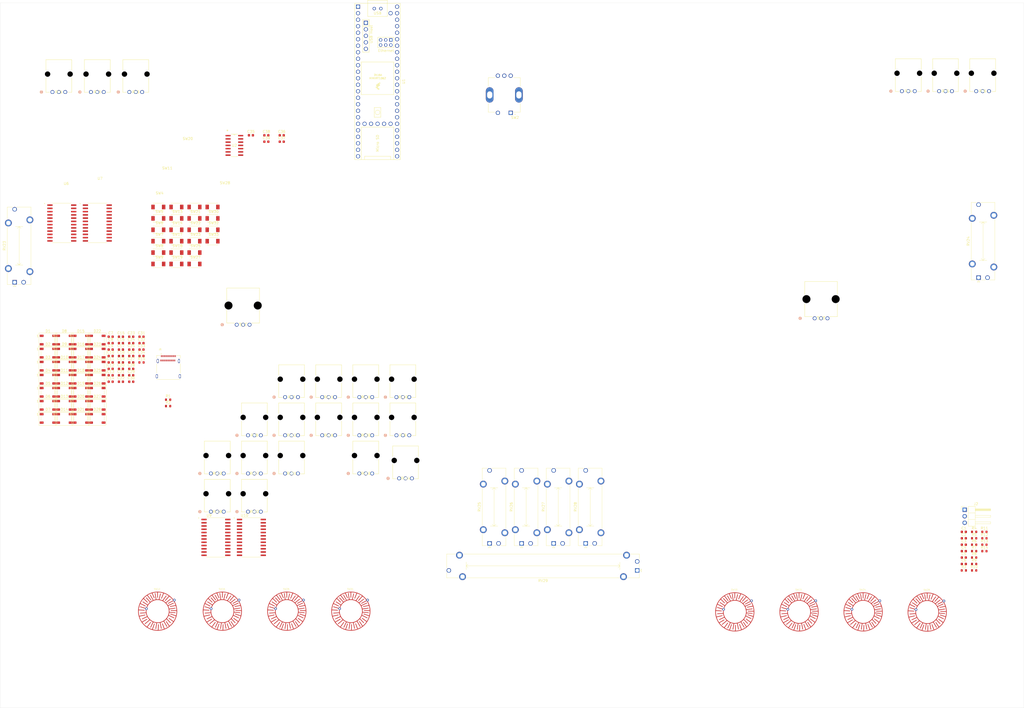
<source format=kicad_pcb>
(kicad_pcb (version 20241229) (generator "pcbnew") (generator_version "9.0")
  (layers (0 "F.Cu" signal) (2 "B.Cu" signal) (13 "F.Paste" user) (15 "B.Paste" user) (5 "F.SilkS" user "F.Silkscreen") (7 "B.SilkS" user "B.Silkscreen") (1 "F.Mask" user) (3 "B.Mask" user) (25 "Edge.Cuts" user))
  (net 0 "")
  (net 1 "JOG_1_A_LINE")
  (net 2 "GND")
  (net 3 "JOG_1_B_LINE")
  (net 4 "SONG_SELECTOR_A_LINE")
  (net 5 "SONG_SELECTOR_B_LINE")
  (net 6 "JOG_2_B_LINE")
  (net 7 "JOG_2_A_LINE")
  (net 8 "5V_POWER_BANK")
  (net 9 "Net-(D1-DIN)")
  (net 10 "Net-(D1-DOUT)")
  (net 11 "Net-(D2-DIN)")
  (net 12 "Net-(D2-DOUT)")
  (net 13 "Net-(D3-DOUT)")
  (net 14 "Net-(D23-DOUT)")
  (net 15 "Net-(D4-DOUT)")
  (net 16 "Net-(D5-DOUT)")
  (net 17 "Net-(D6-DOUT)")
  (net 18 "Net-(D10-DIN)")
  (net 19 "Net-(D11-DIN)")
  (net 20 "Net-(D12-DIN)")
  (net 21 "Net-(D10-DOUT)")
  (net 22 "Net-(D11-DOUT)")
  (net 23 "Net-(D12-DOUT)")
  (net 24 "Net-(D13-DOUT)")
  (net 25 "Net-(D14-DOUT)")
  (net 26 "Net-(D15-DOUT)")
  (net 27 "Net-(D16-DOUT)")
  (net 28 "Net-(D17-DOUT)")
  (net 29 "Net-(D18-DOUT)")
  (net 30 "Net-(D19-DOUT)")
  (net 31 "Net-(D20-DOUT)")
  (net 32 "Net-(D21-DOUT)")
  (net 33 "Net-(D24-DOUT)")
  (net 34 "Net-(D25-DOUT)")
  (net 35 "Net-(D26-DOUT)")
  (net 36 "Net-(D27-DOUT)")
  (net 38 "Net-(J1-CC2)")
  (net 39 "Net-(J1-CC1)")
  (net 40 "CAPACITIVE_SENSE_JOG_1")
  (net 41 "CAPACITIVE_SENSE_JOG_2")
  (net 42 "SEND_PIN_CAPACITIVE")
  (net 43 "ADDRESSABLE_LED")
  (net 44 "Net-(U9-I2)")
  (net 45 "Net-(U9-I3)")
  (net 46 "Net-(U9-I14)")
  (net 47 "Net-(U9-I12)")
  (net 48 "Net-(U9-I10)")
  (net 49 "Net-(U9-I8)")
  (net 50 "Net-(U9-I4)")
  (net 51 "Net-(U9-I13)")
  (net 52 "Net-(U9-I11)")
  (net 53 "Net-(U9-I9)")
  (net 54 "Net-(U9-I1)")
  (net 55 "Net-(U10-I8)")
  (net 56 "Net-(U10-I6)")
  (net 57 "Net-(U10-I4)")
  (net 58 "Net-(U10-I2)")
  (net 59 "Net-(U9-I5)")
  (net 60 "Net-(U10-I7)")
  (net 61 "Net-(U10-I5)")
  (net 62 "Net-(U10-I3)")
  (net 63 "Net-(U10-I1)")
  (net 64 "Net-(U9-I6)")
  (net 65 "Net-(U9-I7)")
  (net 66 "SLIDE_POT6")
  (net 67 "SLIDE_POT1")
  (net 68 "SLIDE_POT2")
  (net 69 "SLIDE_POT5")
  (net 70 "SLIDE_POT3")
  (net 71 "SLIDE_POT4")
  (net 72 "SLIDE_POT7")
  (net 73 "SONG_SELECTOR_SWITCH")
  (net 74 "Net-(SW4-B)")
  (net 75 "Net-(SW5-B)")
  (net 76 "Net-(SW6-B)")
  (net 77 "Net-(SW7-B)")
  (net 78 "Net-(SW8-B)")
  (net 79 "Net-(SW9-B)")
  (net 80 "Net-(SW10-B)")
  (net 81 "Net-(SW11-B)")
  (net 82 "Net-(SW12-B)")
  (net 83 "Net-(SW13-B)")
  (net 84 "Net-(SW14-B)")
  (net 85 "Net-(SW15-B)")
  (net 86 "Net-(SW16-B)")
  (net 87 "Net-(SW17-B)")
  (net 88 "Net-(SW18-B)")
  (net 89 "Net-(SW19-B)")
  (net 90 "Net-(SW20-B)")
  (net 91 "Net-(SW21-B)")
  (net 92 "Net-(SW22-B)")
  (net 93 "Net-(SW23-B)")
  (net 94 "Net-(SW24-B)")
  (net 95 "Net-(SW25-B)")
  (net 96 "Net-(SW26-B)")
  (net 97 "Net-(SW27-B)")
  (net 98 "Net-(SW28-B)")
  (net 99 "Net-(SW29-B)")
  (net 100 "Net-(SW30-B)")
  (net 101 "Net-(SW31-B)")
  (net 102 "Net-(SW32-B)")
  (net 103 "Net-(SW33-B)")
  (net 104 "+3V3")
  (net 105 "Net-(U2-1Y)")
  (net 111 "BTN_COM_1")
  (net 112 "BTN_COM_2")
  (net 124 "Net-(SW1-A)")
  (net 125 "Net-(SW1-B)")
  (net 126 "Net-(SW3-B)")
  (net 127 "Net-(SW3-A)")
  (net 128 "Net-(R7-Pad1)")
  (net 129 "Net-(R10-Pad2)")
  (net 131 "S0")
  (net 144 "S2")
  (net 148 "POT_COM_1")
  (net 162 "S3")
  (net 164 "S1")
  (net 170 "POT_COM_2")
  (footprint "Capacitor_SMD:C_0603_1608Metric" (layer "F.Cu") (at -570.60426 -21.07346)
    (property "Reference" "C39")
    (property "Value" "100nF")
  )
  (footprint "Resistor_SMD:R_0603_1608Metric" (layer "F.Cu") (at -608.93352 79.65308)
    (property "Reference" "R1")
    (property "Value" "5.1K")
  )
  (footprint "TS-1088-AR02016(1):SW_TS-1088-AR02016" (layer "F.Cu") (at -612.74926 13.31654)
    (property "Reference" "SW6")
    (property "Value" "SW_SPST")
  )
  (footprint "Potentiometer_THT:Potentiometer_Bourns_PTA1543_Single_Slide" (layer "F.Cu") (at -292.70852 32.00308 90)
    (property "Reference" "RV24")
    (property "Value" "R_Potentiometer_Small")
  )
  (footprint "Capacitor_SMD:C_0603_1608Metric" (layer "F.Cu") (at -570.60426 -23.58346)
    (property "Reference" "C38")
    (property "Value" "100nF")
  )
  (footprint "Capacitor_SMD:C_0603_1608Metric" (layer "F.Cu") (at -631.34352 65.10808)
    (property "Reference" "C11")
    (property "Value" "100nF")
  )
  (footprint "rotary_pots_eq:RK09D1130C3W_using_RK09D1130009_footprint_ALPS" (layer "F.Cu") (at -577.75852 93.55958)
    (property "Reference" "RV8")
    (property "Value" "R_Potentiometer_Small" (hide yes))
  )
  (footprint "LED_SMD:LED_WS2812B_PLCC4_5.0x5.0mm_P3.2mm" (layer "F.Cu") (at -649.39852 56.36308)
    (property "Reference" "D8")
    (property "Value" "WS2812B_passive_vss")
  )
  (footprint "Resistor_SMD:R_0603_1608Metric" (layer "F.Cu") (at -294.44352 138.78808)
    (property "Reference" "R7")
    (property "Value" "10k")
  )
  (footprint "Capacitor_SMD:C_0603_1608Metric" (layer "F.Cu") (at -631.34352 72.63808)
    (property "Reference" "C14")
    (property "Value" "100nF")
  )
  (footprint "CD74HC4067M96:SOIC127P1030X265-24N" (layer "F.Cu") (at -590.281219 133.42108)
    (property "Reference" "U9")
    (property "Value" "CD74HC4067M96")
  )
  (footprint "Potentiometer_THT:Potentiometer_Bourns_PTA1543_Single_Slide" (layer "F.Cu") (at -668.80852 33.80308 90)
    (property "Reference" "RV23")
    (property "Value" "R_Potentiometer_Small")
  )
  (footprint "TS-1088-AR02016(1):SW_TS-1088-AR02016" (layer "F.Cu") (at -598.64926 8.86654)
    (property "Reference" "SW21")
    (property "Value" "SW_SPST")
  )
  (footprint "TS-1088-AR02016(1):SW_TS-1088-AR02016" (layer "F.Cu") (at -612.74926 17.76654)
    (property "Reference" "SW7")
    (property "Value" "SW_SPST")
  )
  (footprint "Capacitor_SMD:C_0603_1608Metric" (layer "F.Cu") (at -619.31352 55.06808)
    (property "Reference" "C31")
    (property "Value" "100nF")
  )
  (footprint "CD74HC4067M96:SOIC127P1030X265-24N" (layer "F.Cu") (at -650.40426 10.66654)
    (property "Reference" "U6")
    (property "Value" "CD74HC4067M96")
  )
  (footprint "Capacitor_SMD:C_0603_1608Metric" (layer "F.Cu") (at -576.61426 -23.58346)
    (property "Reference" "C35")
    (property "Value" "100nF")
  )
  (footprint "Capacitor_SMD:C_0603_1608Metric" (layer "F.Cu") (at -631.34352 55.06808)
    (property "Reference" "C7")
    (property "Value" "100nF")
  )
  (footprint "LED_SMD:LED_WS2812B_PLCC4_5.0x5.0mm_P3.2mm" (layer "F.Cu") (at -649.39852 76.76308)
    (property "Reference" "D12")
    (property "Value" "WS2812B_passive_vss")
  )
  (footprint "LED_SMD:LED_WS2812B_PLCC4_5.0x5.0mm_P3.2mm" (layer "F.Cu") (at -642.97852 81.86308)
    (property "Reference" "D20")
    (property "Value" "WS2812B_passive_vss")
  )
  (footprint "LED_SMD:LED_WS2812B_PLCC4_5.0x5.0mm_P3.2mm" (layer "F.Cu") (at -642.97852 56.36308)
    (property "Reference" "D15")
    (property "Value" "WS2812B_passive_vss")
  )
  (footprint "Resistor_SMD:R_0603_1608Metric" (layer "F.Cu") (at -290.43352 138.78808)
    (property "Reference" "R14")
    (property "Value" "10k")
  )
  (footprint "Capacitor_SMD:C_0603_1608Metric" (layer "F.Cu") (at -631.34352 57.57808)
    (property "Reference" "C8")
    (property "Value" "100nF")
  )
  (footprint "CD74HC4067M96:SOIC127P1030X265-24N" (layer "F.Cu") (at -576.436219 133.42108)
    (property "Reference" "U10")
    (property "Value" "CD74HC4067M96")
  )
  (footprint "Resistor_SMD:R_0603_1608Metric" (layer "F.Cu") (at -290.43352 131.25808)
    (property "Reference" "R11")
    (property "Value" "10k")
  )
  (footprint "Resistor_SMD:R_0603_1608Metric" (layer "F.Cu") (at -294.44352 141.29808)
    (property "Reference" "R8")
    (property "Value" "10k")
  )
  (footprint "Connector_PinHeader_2.54mm:PinHeader_1x03_P2.54mm_Horizontal" (layer "F.Cu") (at -298.13352 122.62808)
    (property "Reference" "J2")
    (property "Value" "Conn_01x03_Pin")
  )
  (footprint "Capacitor_SMD:C_0603_1608Metric" (layer "F.Cu") (at -619.31352 57.57808)
    (property "Reference" "C32")
    (property "Value" "100nF")
  )
  (footprint "rotary_pots_eq:RK09D1130C3W_using_RK09D1130009_footprint_ALPS" (layer "F.Cu") (at -592.239019 108.46608)
    (property "Reference" "RV13")
    (property "Value" "R_Potentiometer_Small" (hide yes))
  )
  (footprint "rotary_pots_eq:RK09D1130C3W_using_RK09D1130009_footprint_ALPS" (layer "F.Cu") (at -534.317023 93.55958)
    (property "Reference" "RV20")
    (property "Value" "R_Potentiometer_Small" (hide yes))
  )
  (footprint "LED_SMD:LED_WS2812B_PLCC4_5.0x5.0mm_P3.2mm" (layer "F.Cu") (at -655.81852 61.46308)
    (property "Reference" "D2")
    (property "Value" "WS2812B_passive_vss")
  )
  (footprint "footprints_CD74HCT125M96:D14" (layer "F.Cu") (at -583.07466 -19.63946)
    (property "Reference" "U2")
    (property "Value" "CD74HCT125M96")
  )
  (footprint "TS-1088-AR02016(1):SW_TS-1088-AR02016" (layer "F.Cu") (at -591.59926 8.86654)
    (property "Reference" "SW30")
    (property "Value" "SW_SPST")
  )
  (footprint "Capacitor_SMD:C_0603_1608Metric" (layer "F.Cu") (at -623.32352 55.06808)
    (property "Reference" "C23")
    (property "Value" "100nF")
  )
  (footprint "LED_SMD:LED_WS2812B_PLCC4_5.0x5.0mm_P3.2mm" (layer "F.Cu") (at -642.97852 76.76308)
    (property "Reference" "D19")
    (property "Value" "WS2812B_passive_vss")
  )
  (footprint "Capacitor_SMD:C_0603_1608Metric" (layer "F.Cu") (at -298.45352 138.78808)
    (property "Reference" "C4")
    (property "Value" "10nF")
  )
  (footprint "siliconebutton:BUTTONPAD-1x1" (layer "F.Cu") (at -613.02 162.23773)
    (property "Reference" "SW12")
    (property "Value" "SW_SPST" (hide yes))
  )
  (footprint "rotary_pots_eq:RK09D1130C3W_using_RK09D1130009_footprint_ALPS" (layer "F.Cu") (at -654.056569 -40.47317)
    (property "Reference" "RV1")
    (property "Value" "R_Potentiometer_Small" (hide yes))
  )
  (footprint "siliconebutton:BUTTONPAD-1x1" (layer "F.Cu") (at -562.62574 162.22846)
    (property "Reference" "SW26")
    (property "Value" "SW_SPST" (hide yes))
  )
  (footprint "TS-1088-AR02016(1):SW_TS-1088-AR02016" (layer "F.Cu") (at -612.74926 4.41654)
    (property "Reference" "SW4")
    (property "Value" "SW_SPST")
  )
  (footprint "Potentiometer_THT:Potentiometer_Bourns_PTA6043_Single_Slide" (layer "F.Cu") (at -425.9 146.32 180)
    (property "Reference" "RV29")
    (property "Value" "R_Potentiometer_Small")
  )
  (footprint "rotary_pots_eq:RK09D1130C3W_using_RK09D1130009_footprint_ALPS" (layer "F.Cu") (at -624.056569 -40.47317)
    (property "Reference" "RV3")
    (property "Value" "R_Potentiometer_Small" (hide yes))
  )
  (footprint "TS-1088-AR02016(1):SW_TS-1088-AR02016" (layer "F.Cu") (at -612.74926 26.66654)
    (property "Reference" "SW9")
    (property "Value" "SW_SPST")
  )
  (footprint "TS-1088-AR02016(1):SW_TS-1088-AR02016" (layer "F.Cu") (at -605.69926 22.21654)
    (property "Reference" "SW18")
    (property "Value" "SW_SPST")
  )
  (footprint "LED_SMD:LED_WS2812B_PLCC4_5.0x5.0mm_P3.2mm" (layer "F.Cu") (at -649.39852 81.86308)
    (property "Reference" "D13")
    (property "Value" "WS2812B_passive_vss")
  )
  (footprint "LED_SMD:LED_WS2812B_PLCC4_5.0x5.0mm_P3.2mm" (layer "F.Cu") (at -649.39852 71.66308)
    (property "Reference" "D11")
    (property "Value" "WS2812B_passive_vss")
  )
  (footprint "Capacitor_SMD:C_0603_1608Metric" (layer "F.Cu") (at -623.32352 70.12808)
    (property "Reference" "C29")
    (property "Value" "100nF")
  )
  (footprint "Capacitor_SMD:C_0603_1608Metric" (layer "F.Cu") (at -619.31352 62.59808)
    (property "Reference" "C34")
    (property "Value" "100nF")
  )
  (footprint "Capacitor_SMD:C_0603_1608Metric" (layer "F.Cu") (at -564.59426 -21.07346)
    (property "Reference" "C37")
    (property "Value" "100nF")
  )
  (footprint "LED_SMD:LED_WS2812B_PLCC4_5.0x5.0mm_P3.2mm" (layer "F.Cu") (at -636.55852 56.36308)
    (property "Reference" "D22")
    (property "Value" "WS2812B_passive_vss")
  )
  (footprint "TS-1088-AR02016(1):SW_TS-1088-AR02016" (layer "F.Cu") (at -605.69926 26.66654)
    (property "Reference" "SW19")
    (property "Value" "SW_SPST")
  )
  (footprint "rotary_pots_eq:RK09D1130C3W_using_RK09D1130009_footprint_ALPS" (layer "F.Cu") (at -639.056569 -40.47317)
    (property "Reference" "RV2")
    (property "Value" "R_Potentiometer_Small" (hide yes))
  )
  (footprint "Capacitor_SMD:C_0603_1608Metric" (layer "F.Cu") (at -298.45352 136.27808)
    (property "Reference" "C3")
    (property "Value" "10nF")
  )
  (footprint "LED_SMD:LED_WS2812B_PLCC4_5.0x5.0mm_P3.2mm" (layer "F.Cu") (at -649.39852 66.56308)
    (property "Reference" "D10")
    (property "Value" "WS2812B_passive_vss")
  )
  (footprint "Resistor_SMD:R_0603_1608Metric" (layer "F.Cu") (at -294.44352 131.25808)
    (property "Reference" "R4")
    (property "Value" "10k")
  )
  (footprint "TS-1088-AR02016(1):SW_TS-1088-AR02016" (layer "F.Cu") (at -605.69926 8.86654)
    (property "Reference" "SW13")
    (property "Value" "SW_SPST")
  )
  (footprint "Capacitor_SMD:C_0603_1608Metric" (layer "F.Cu") (at -631.34352 60.08808)
    (property "Reference" "C9")
    (property "Value" "100nF")
  )
  (footprint "Capacitor_SMD:C_0603_1608Metric" (layer "F.Cu") (at -627.33352 57.57808)
    (property "Reference" "C16")
    (property "Value" "100nF")
  )
  (footprint "Capacitor_SMD:C_0603_1608Metric" (layer "F.Cu") (at -623.32352 65.10808)
    (property "Reference" "C27")
    (property "Value" "100nF")
  )
  (footprint "Capacitor_SMD:C_0603_1608Metric" (layer "F.Cu") (at -631.34352 62.59808)
    (property "Reference" "C10")
    (property "Value" "100nF")
  )
  (footprint "Capacitor_SMD:C_0603_1608Metric" (layer "F.Cu") (at -627.33352 55.06808)
    (property "Reference" "C15")
    (property "Value" "100nF")
  )
  (footprint "Capacitor_SMD:C_0603_1608Metric" (layer "F.Cu") (at -298.45352 141.29808)
    (property "Reference" "C5")
    (property "Value" "10nF")
  )
  (footprint "footprints:PEC11R-4x15F-Nxxxx_BRN" (layer "F.Cu") (at -582.16352 50.37773)
    (property "Reference" "SW1")
    (property "Value" "RotaryEncoder")
  )
  (footprint "Capacitor_SMD:C_0603_1608Metric" (layer "F.Cu") (at -631.34352 70.12808)
    (property "Reference" "C13")
    (property "Value" "100nF")
  )
  (footprint "rotary_pots_eq:RK09D1130C3W_using_RK09D1130009_footprint_ALPS" (layer "F.Cu") (at -592.239019 123.37258)
    (property "Reference" "RV18")
    (property "Value" "R_Potentiometer_Small" (hide yes))
  )
  (footprint "TS-1088-AR02016(1):SW_TS-1088-AR02016" (layer "F.Cu") (at -598.64926 22.21654)
    (property "Reference" "SW25")
    (property "Value" "SW_SPST")
  )
  (footprint "rotary_pots_eq:RK09D1130C3W_using_RK09D1130009_footprint_ALPS" (layer "F.Cu") (at -563.278021 108.46608)
    (property "Reference" "RV21")
    (property "Value" "R_Potentiometer_Small" (hide yes))
  )
  (footprint "LED_SMD:LED_WS2812B_PLCC4_5.0x5.0mm_P3.2mm" (layer "F.Cu") (at -649.39852 86.96308)
    (property "Reference" "D14")
    (property "Value" "WS2812B_passive_vss")
  )
  (footprint "TS-1088-AR02016(1):SW_TS-1088-AR02016" (layer "F.Cu") (at -612.74926 22.21654)
    (property "Reference" "SW8")
    (property "Value" "SW_SPST")
  )
  (footprint "Potentiometer_THT:Potentiometer_Bourns_PTA1543_Single_Slide" (layer "F.Cu") (at -483.5 135.77 90)
    (property "Reference" "RV25")
    (property "Value" "R_Potentiometer_Small")
  )
  (footprint "LED_SMD:LED_WS2812B_PLCC4_5.0x5.0mm_P3.2mm" (layer "F.Cu") (at -636.55852 86.96308)
    (property "Reference" "D28")
    (property "Value" "WS2812B_passive_vss")
  )
  (footprint "Capacitor_SMD:C_0603_1608Metric" (layer "F.Cu") (at -623.32352 62.59808)
    (property "Reference" "C26")
    (property "Value" "100nF")
  )
  (footprint "Resistor_SMD:R_0603_1608Metric" (layer "F.Cu") (at -619.31352 65.10808)
    (property "Reference" "R15")
    (property "Value" "330 ohm")
  )
  (footprint "Capacitor_SMD:C_0603_1608Metric" (layer "F.Cu") (at -623.32352 60.08808)
    (property "Reference" "C25")
    (property "Value" "100nF")
  )
  (footprint "Capacitor_SMD:C_0603_1608Metric" (layer "F.Cu") (at -631.34352 67.61808)
    (property "Reference" "C12")
    (property "Value" "100nF")
  )
  (footprint "siliconebutton:BUTTONPAD-1x1" (layer "F.Cu") (at -362.75 162.5)
    (property "Reference" "SW15")
    (property "Value" "SW_SPST" (hide yes))
  )
  (footprint "Potentiometer_THT:Potentiometer_Bourns_PTA1543_Single_Slide" (layer "F.Cu") (at -471 135.77 90)
    (property "Reference" "RV26")
    (property "Value" "R_Potentiometer_Small")
  )
  (footprint "rotary_pots_eq:RK09D1130C3W_using_RK09D1130009_footprint_ALPS" (layer "F.Cu") (at -322.622309 -40.80971)
    (property "Reference" "RV4")
    (property "Value" "R_Potentiometer_Small" (hide yes))
  )
  (footprint "LED_SMD:LED_WS2812B_PLCC4_5.0x5.0mm_P3.2mm" (layer "F.Cu") (at -636.55852 66.56308)
    (property "Reference" "D24")
    (property "Value" "WS2812B_passive_vss")
  )
  (footprint "TS-1088-AR02016(1):SW_TS-1088-AR02016" (layer "F.Cu") (at -612.74926 8.86654)
    (property "Reference" "SW5")
    (property "Value" "SW_SPST")
  )
  (footprint "Resistor_SMD:R_0603_1608Metric" (layer "F.Cu") (at -294.44352 136.27808)
    (property "Reference" "R6")
    (property "Value" "10k")
  )
  (footprint "siliconebutton:BUTTONPAD-1x1" (layer "F.Cu") (at -312.75 162.58192)
    (property "Reference" "SW29")
    (property "Value" "SW_SPST" (hide yes))
  )
  (footprint "rotary_pots_eq:RK09D1130C3W_using_RK09D1130009_footprint_ALPS" (layer "F.Cu") (at -548.797522 93.55958)
    (property "Reference" "RV16")
    (property "Value" "R_Potentiometer_Small" (hide yes))
  )
  (footprint "LED_SMD:LED_WS2812B_PLCC4_5.0x5.0mm_P3.2mm" (layer "F.Cu") (at -636.55852 76.76308)
    (property "Reference" "D26")
    (property "Value" "WS2812B_passive_vss")
  )
  (footprint "Resistor_SMD:R_0603_1608Metric" (layer "F.Cu") (at -294.44352 143.80808)
    (property "Reference" "R9")
    (property "Value" "10k")
  )
  (footprint "Capacitor_SMD:C_0603_1608Metric" (layer "F.Cu") (at -627.33352 62.59808)
    (property "Reference" "C18")
    (property "Value" "100nF")
  )
  (footprint "rotary_pots_eq:RK09D1130C3W_using_RK09D1130009_footprint_ALPS" (layer "F.Cu") (at -577.75852 108.46608)
    (property "Reference" "RV17")
    (property "Value" "R_Potentiometer_Small" (hide yes))
  )
  (footprint "Resistor_SMD:R_0603_1608Metric" (layer "F.Cu") (at -294.44352 133.76808)
    (property "Reference" "R5")
    (property "Value" "10k")
  )
  (footprint "rotary_pots_eq:RK09D1130C3W_using_RK09D1130009_footprint_ALPS" (layer "F.Cu") (at -519.836524 78.65308)
    (property "Reference" "RV19")
    (property "Value" "R_Potentiometer_Small" (hide yes))
  )
  (footprint "Resistor_SMD:R_0603_1608Metric" (layer "F.Cu") (at -294.44352 146.31808)
    (property "Reference" "R10")
    (property "Value" "10k")
  )
  (footprint "TS-1088-AR02016(1):SW_TS-1088-AR02016" (layer "F.Cu") (at -598.64926 13.31654)
    (property "Reference" "SW22")
    (property "Value" "SW_SPST")
  )
  (footprint "Capacitor_SMD:C_0603_1608Metric" (layer "F.Cu") (at -627.33352 60.08808)
    (property "Reference" "C17")
    (property "Value" "100nF")
  )
  (footprint "Resistor_SMD:R_0603_1608Metric" (layer "F.Cu") (at -290.43352 133.76808)
    (property "Reference" "R12")
    (property "Value" "10k")
  )
  (footprint "LED_SMD:LED_WS2812B_PLCC4_5.0x5.0mm_P3.2mm" (layer "F.Cu") (at -636.55852 81.86308)
    (property "Reference" "D27")
    (property "Value" "WS2812B_passive_vss")
  )
  (footprint "LED_SMD:LED_WS2812B_PLCC4_5.0x5.0mm_P3.2mm" (layer "F.Cu") (at -655.81852 71.66308)
    (property "Reference" "D4")
    (property "Value" "WS2812B_passive_vss")
  )
  (footprint "TS-1088-AR02016(1):SW_TS-1088-AR02016" (layer "F.Cu") (at -605.69926 13.31654)
    (property "Reference" "SW14")
    (property "Value" "SW_SPST")
  )
  (footprint "PEC11R_4215F_S0024:XDCR_PEC11R-4215F-S0024" (layer "F.Cu") (at -477.75852 -39.34692 180)
    (property "Reference" "SW2")
    (property "Value" "RotaryEncoder_Switch")
  )
  (footprint "Potentiometer_THT:Potentiometer_Bourns_PTA1543_Single_Slide" (layer "F.Cu") (at -446 135.77 90)
    (property "Reference" "RV28")
    (property "Value" "R_Potentiometer_Small")
  )
  (footprint "Capacitor_SMD:C_0603_1608Metric" (layer "F.Cu") (at -564.59426 -23.58346)
    (property "Reference" "C36")
    (property "Value" "100nF")
  )
  (footprint "Capacitor_SMD:C_0603_1608Metric" (layer "F.Cu") (at -298.45352 131.25808)
    (property "Reference" "C1")
    (property "Value" "10nF")
  )
  (footprint "12401832E402A:AMPHENOL_12401832E402A" (layer "F.Cu") (at -608.82926 63.30154)
    (property "Reference" "J1")
    (property "Value" "USB_C_Receptacle_PowerOnly_24P")
    (fp_line (start 3.45 -0.325) (end 3.75 -0.325) (stroke (width 0.01)) (layer "Edge.Cuts"))
    (fp_line (start 3.75 0.325) (end 3.45 0.325) (stroke (width 0.01)) (layer "Edge.Cuts"))
    (fp_arc (start 3.45 0.325) (mid 3.125 0) (end 3.45 -0.325) (stroke (width 0.01)) (layer "Edge.Cuts"))
    (fp_arc (start 3.75 -0.325) (mid 4.075 0) (end 3.75 0.325) (stroke (width 0.01)) (layer "Edge.Cuts"))
  )
  (footprint "LED_SMD:LED_WS2812B_PLCC4_5.0x5.0mm_P3.2mm" (layer "F.Cu") (at -642.97852 66.56308)
    (property "Reference" "D17")
    (property "Value" "WS2812B_passive_vss")
  )
  (footprint "siliconebutton:BUTTONPAD-1x1" (layer "F.Cu") (at -537.62574 162.22846)
    (property "Reference" "SW31")
    (property "Value" "SW_SPST" (hide yes))
  )
  (footprint "rotary_pots_eq:RK09D1130C3W_using_RK09D1130009_footprint_ALPS" (layer "F.Cu") (at -308.102808 -40.80971)
    (property "Reference" "RV5")
    (property "Value" "R_Potentiometer_Small" (hide yes))
  )
  (footprint "TS-1088-AR02016(1):SW_TS-1088-AR02016" (layer "F.Cu") (at -591.59926 17.76654)
    (property "Reference" "SW33")
    (property "Value" "SW_SPST")
  )
  (footprint "LED_SMD:LED_WS2812B_PLCC4_5.0x5.0mm_P3.2mm" (layer "F.Cu") (at -642.97852 86.96308)
    (property "Reference" "D21")
    (property "Value" "WS2812B_passive_vss")
  )
  (footprint "CD74HC4067M96:SOIC127P1030X265-24N" (layer "F.Cu") (at -636.55926 10.66654)
    (property "Reference" "U7")
    (property "Value" "CD74HC4067M96")
  )
  (footprint "TS-1088-AR02016(1):SW_TS-1088-AR02016" (layer "F.Cu") (at -598.64926 4.41654)
    (property "Reference" "SW20")
    (property "Value" "SW_SPST")
  )
  (footprint "LED_SMD:LED_WS2812B_PLCC4_5.0x5.0mm_P3.2mm" (layer "F.Cu") (at -655.81852 81.86308)
    (property "Reference" "D6")
    (property "Value" "WS2812B_passive_vss")
  )
  (footprint "Resistor_SMD:R_0603_1608Metric" (layer "F.Cu") (at -298.45352 146.31808)
    (property "Reference" "R3")
    (property "Value" "10k")
  )
  (footprint "LED_SMD:LED_WS2812B_PLCC4_5.0x5.0mm_P3.2mm" (layer "F.Cu") (at -649.39852 61.46308)
    (property "Reference" "D9")
    (property "Value" "WS2812B_passive_vss")
  )
  (footprint "rotary_pots_eq:RK09D1130C3W_using_RK09D1130009_footprint_ALPS" (layer "F.Cu") (at -563.278021 93.55958)
    (property "Reference" "RV12")
    (property "Value" "R_Potentiometer_Small" (hide yes))
  )
  (footprint "Capacitor_SMD:C_0603_1608Metric" (layer "F.Cu") (at -627.33352 65.10808)
    (property "Reference" "C19")
    (property "Value" "100nF")
  )
  (footprint "siliconebutton:BUTTONPAD-1x1" (layer "F.Cu") (at -337.75 162.5)
    (property "Reference" "SW24")
    (property "Value" "SW_SPST" (hide yes))
  )
  (footprint "footprints:PEC11R-4x15F-Nxxxx_BRN" (layer "F.Cu") (at -356.66352 47.87773)
    (property "Reference" "SW3")
    (property "Value" "RotaryEncoder")
  )
  (footprint "Resistor_SMD:R_0603_1608Metric" (layer "F.Cu") (at -290.43352 136.27808)
    (property "Reference" "R13")
    (property "Value" "10k")
  )
  (footprint "rotary_pots_eq:RK09D1130C3W_using_RK09D1130009_footprint_ALPS" (layer "F.Cu") (at -577.75852 123.37258)
    (property "Reference" "RV22")
    (property "Value" "R_Potentiometer_Small" (hide yes))
  )
  (footprint "Capacitor_SMD:C_0603_1608Metric" (layer "F.Cu") (at -623.32352 67.61808)
    (property "Reference" "C28")
    (property "Value" "100nF")
  )
  (footprint "siliconebutton:BUTTONPAD-1x1" (layer "F.Cu") (at -387.82852 162.5)
    (property "Reference" "SW10")
    (property "Value" "SW_SPST" (hide yes))
  )
  (footprint "LED_SMD:LED_WS2812B_PLCC4_5.0x5.0mm_P3.2mm" (layer "F.Cu") (at -642.97852 61.46308)
    (property "Reference" "D16")
    (property "Value" "WS2812B_passive_vss")
  )
  (footprint "LED_SMD:LED_WS2812B_PLCC4_5.0x5.0mm_P3.2mm" (layer "F.Cu") (at -642.97852 71.66308)
    (property "Reference" "D18")
    (property "Value" "WS2812B_passive_vss")
  )
  (footprint "TS-1088-AR02016(1):SW_TS-1088-AR02016" (layer "F.Cu") (at -591.59926 4.41654)
    (property "Reference" "SW28")
    (property "Value" "SW_SPST")
  )
  (footprint "Capacitor_SMD:C_0603_1608Metric" (layer "F.Cu") (at -298.45352 143.80808)
    (property "Reference" "C6")
    (property "Value" "10nF")
  )
  (footprint "LED_SMD:LED_WS2812B_PLCC4_5.0x5.0mm_P3.2mm" (layer "F.Cu") (at -655.81852 76.76308)
    (property "Reference" "D5")
    (property "Value" "WS2812B_passive_vss")
  )
  (footprint "rotary_pots_eq:RK09D1130C3W_using_RK09D1130009_footprint_ALPS" (layer "F.Cu") (at -534.317023 78.65308)
    (property "Reference" "RV15")
    (property "Value" "R_Potentiometer_Small" (hide yes))
  )
  (footprint "rotary_pots_eq:RK09D1130C3W_using_RK09D1130009_footprint_ALPS" (layer "F.Cu") (at -293.622309 -40.80971)
    (property "Reference" "RV6")
    (property "Value" "R_Potentiometer_Small" (hide yes))
  )
  (footprint "TS-1088-AR02016(1):SW_TS-1088-AR02016" (layer "F.Cu") (at -591.59926 13.31654)
    (property "Reference" "SW32")
    (property "Value" "SW_SPST")
  )
  (footprint "rotary_pots_eq:RK09D1130C3W_using_RK09D1130009_footprint_ALPS" (layer "F.Cu") (at -548.797522 78.65308)
    (property "Reference" "RV11")
    (property "Value" "R_Potentiometer_Small" (hide yes))
  )
  (footprint "Capacitor_SMD:C_0603_1608Metric" (layer "F.Cu") (at -627.33352 70.12808)
    (property "Reference" "C21")
    (property "Value" "100nF")
  )
  (footprint "rotary_pots_eq:RK09D1130C3W_using_RK09D1130009_footprint_ALPS" (layer "F.Cu") (at -518.798049 110.37375)
    (property "Reference" "RV14")
    (property "Value" "R_Potentiometer_Small" (hide yes))
  )
  (footprint "rotary_pots_eq:RK09D1130C3W_using_RK09D1130009_footprint_ALPS" (layer "F.Cu") (at -534.317023 108.46608)
    (property "Reference" "RV10")
    (property "Value" "R_Potentiometer_Small" (hide yes))
  )
  (footprint "Capacitor_SMD:C_0603_1608Metric" (layer "F.Cu") (at -627.33352 72.63808)
    (property "Reference" "C22")
    (property "Value" "100nF")
  )
  (footprint "rotary_pots_eq:RK09D1130C3W_using_RK09D1130009_footprint_ALPS" (layer "F.Cu") (at -563.278021 78.65308)
    (property "Reference" "RV7")
    (property "Value" "R_Potentiometer_Small" (hide yes))
  )
  (footprint "Capacitor_SMD:C_0603_1608Metric" (layer "F.Cu") (at -627.33352 67.61808)
    (property "Reference" "C20")
    (property "Value" "100nF")
  )
  (footprint "Capacitor_SMD:C_0603_1608Metric" (layer "F.Cu") (at -619.31352 60.08808)
    (property "Reference" "C33")
    (property "Value" "100nF")
  )
  (footprint "Potentiometer_THT:Potentiometer_Bourns_PTA1543_Single_Slide" (layer "F.Cu") (at -458.5 135.77 90)
    (property "Reference" "RV27")
    (property "Value" "R_Potentiometer_Small")
  )
  (footprint "LED_SMD:LED_WS2812B_PLCC4_5.0x5.0mm_P3.2mm" (layer "F.Cu") (at -655.81852 56.36308)
    (property "Reference" "D1")
    (property "Value" "WS2812B_passive_vss")
  )
  (footprint "Capacitor_SMD:C_0603_1608Metric" (layer "F.Cu") (at -623.32352 72.63808)
    (property "Reference" "C30")
    (property "Value" "100nF")
  )
  (footprint "TS-1088-AR02016(1):SW_TS-1088-AR02016" (layer "F.Cu") (at -605.69926 4.41654)
    (property "Reference" "SW11")
    (property "Value" "SW_SPST")
  )
  (footprint "rotary_pots_eq:RK09D1130C3W_using_RK09D1130009_footprint_ALPS" (layer "F.Cu") (at -519.836524 93.55958)
    (property "Reference" "RV9")
    (property "Value" "R_Potentiometer_Small" (hide yes))
  )
  (footprint "TS-1088-AR02016(1):SW_TS-1088-AR02016" (layer "F.Cu") (at -605.69926 17.76654)
    (property "Reference" "SW17")
    (property "Value" "SW_SPST")
  )
  (footprint "TS-1088-AR02016(1):SW_TS-1088-AR02016" (layer "F.Cu") (at -598.64926 17.76654)
    (property "Reference" "SW23")
    (property "Value" "SW_SPST")
  )
  (footprint "Resistor_SMD:R_0603_1608Metric" (layer "F.Cu") (at -608.93352 82.16308)
    (property "Reference" "R2")
    (property "Value" "5.1K")
  )
  (footprint "TS-1088-AR02016(1):SW_TS-1088-AR02016" (layer "F.Cu") (at -598.64926 26.66654)
    (property "Reference" "SW27")
    (property "Value" "SW_SPST")
  )
  (footprint "Capacitor_SMD:C_0603_1608Metric" (layer "F.Cu") (at -298.45352 133.76808)
    (property "Reference" "C2")
    (property "Value" "10nF")
  )
  (footprint "LED_SMD:LED_WS2812B_PLCC4_5.0x5.0mm_P3.2mm" (layer "F.Cu") (at -636.55852 71.66308)
    (property "Reference" "D25")
    (property "Value" "WS2812B_passive_vss")
  )
  (footprint "Capacitor_SMD:C_0603_1608Metric" (layer "F.Cu") (at -623.32352 57.57808)
    (property "Reference" "C24")
    (property "Value" "100nF")
  )
  (footprint "siliconebutton:BUTTONPAD-1x1" (layer "F.Cu") (at -587.77 162.22846)
    (property "Reference" "SW16")
    (property "Value" "SW_SPST" (hide yes))
  )
  (footprint "LED_SMD:LED_WS2812B_PLCC4_5.0x5.0mm_P3.2mm" (layer "F.Cu") (at -655.81852 66.56308)
    (property "Reference" "D3")
    (property "Value" "WS2812B_passive_vss")
  )
  (footprint "LED_SMD:LED_WS2812B_PLCC4_5.0x5.0mm_P3.2mm" (layer "F.Cu") (at -636.55852 61.46308)
    (property "Reference" "D23")
    (property "Value" "WS2812B_passive_vss")
  )
  (footprint "LED_SMD:LED_WS2812B_PLCC4_5.0x5.0mm_P3.2mm" (layer "F.Cu") (at -655.81852 86.96308)
    (property "Reference" "D7")
    (property "Value" "WS2812B_passive_vss")
  )
  (footprint "teensy.pretty-master:Teensy41" (layer "F.Cu") (at -527.20426 -44.58 -90)
    (property "Reference" "U1")
    (property "Value" "Teensy4.1")
  )
  (gr_rect (start -674.5 -75.25) (end -275 200) (stroke (width 0.05)) (fill no) (layer "Edge.Cuts"))
)
</source>
